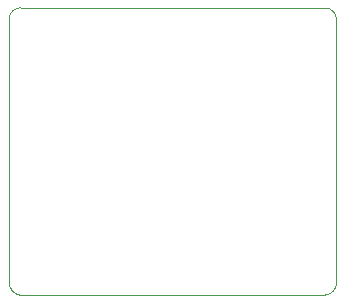
<source format=gm1>
G04 #@! TF.GenerationSoftware,KiCad,Pcbnew,8.0.3*
G04 #@! TF.CreationDate,2024-07-03T22:21:13+02:00*
G04 #@! TF.ProjectId,ESP32-C3-V2,45535033-322d-4433-932d-56322e6b6963,rev?*
G04 #@! TF.SameCoordinates,Original*
G04 #@! TF.FileFunction,Profile,NP*
%FSLAX46Y46*%
G04 Gerber Fmt 4.6, Leading zero omitted, Abs format (unit mm)*
G04 Created by KiCad (PCBNEW 8.0.3) date 2024-07-03 22:21:13*
%MOMM*%
%LPD*%
G01*
G04 APERTURE LIST*
G04 #@! TA.AperFunction,Profile*
%ADD10C,0.100000*%
G04 #@! TD*
G04 APERTURE END LIST*
D10*
X32999999Y10847097D02*
X33053672Y-11508576D01*
X59854944Y11717713D02*
X34000000Y11728877D01*
X59854786Y11716069D02*
G75*
G02*
X60733481Y10700002I-93186J-968569D01*
G01*
X33950505Y-12606734D02*
X59800000Y-12584666D01*
X33001948Y10846828D02*
G75*
G02*
X34000001Y11728811I1012652J-140228D01*
G01*
X60733513Y10700000D02*
X60743175Y-11599817D01*
X60743175Y-11599817D02*
G75*
G02*
X59800000Y-12584667I-1004375J17817D01*
G01*
X33950505Y-12606734D02*
G75*
G02*
X33053726Y-11508579I142895J1031934D01*
G01*
M02*

</source>
